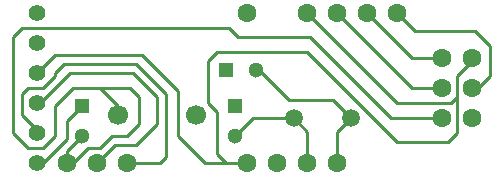
<source format=gtl>
G04 #@! TF.FileFunction,Copper,L1,Top,Signal*
%FSLAX46Y46*%
G04 Gerber Fmt 4.6, Leading zero omitted, Abs format (unit mm)*
G04 Created by KiCad (PCBNEW 4.0.0-2.201511301921+6191~38~ubuntu15.10.1-stable) date Tue 01 Dec 2015 16:56:00 GMT*
%MOMM*%
G01*
G04 APERTURE LIST*
%ADD10C,0.100000*%
%ADD11C,1.400000*%
%ADD12C,1.501140*%
%ADD13C,1.600000*%
%ADD14C,1.700000*%
%ADD15R,1.300000X1.300000*%
%ADD16C,1.300000*%
%ADD17C,0.250000*%
G04 APERTURE END LIST*
D10*
D11*
X130810000Y-103632000D03*
X130810000Y-106172000D03*
X130810000Y-101092000D03*
X130810000Y-98552000D03*
X130810000Y-108712000D03*
X130810000Y-111252000D03*
D12*
X157380940Y-107442000D03*
X152499060Y-107442000D03*
D13*
X167640000Y-102362000D03*
X167640000Y-104902000D03*
X165100000Y-104902000D03*
X165100000Y-102362000D03*
X167640000Y-107442000D03*
X165100000Y-107442000D03*
D14*
X137668000Y-107188000D03*
X144272000Y-107188000D03*
D15*
X146812000Y-103378000D03*
D16*
X149312000Y-103378000D03*
D15*
X147574000Y-106426000D03*
D16*
X147574000Y-108926000D03*
D15*
X134620000Y-106426000D03*
D16*
X134620000Y-108926000D03*
D13*
X148590000Y-111252000D03*
X151130000Y-111252000D03*
X148590000Y-98552000D03*
X153670000Y-98552000D03*
X133350000Y-111252000D03*
X156210000Y-98552000D03*
X158750000Y-98552000D03*
X161290000Y-98552000D03*
X135890000Y-111252000D03*
X138430000Y-111252000D03*
X153670000Y-111252000D03*
X156210000Y-111252000D03*
D17*
X149312000Y-103378000D02*
X149606000Y-103378000D01*
X149606000Y-103378000D02*
X152146000Y-105918000D01*
X152146000Y-105918000D02*
X155856940Y-105918000D01*
X155856940Y-105918000D02*
X157380940Y-107442000D01*
X156210000Y-111252000D02*
X156210000Y-108612940D01*
X156210000Y-108612940D02*
X157380940Y-107442000D01*
X152499060Y-107442000D02*
X149058000Y-107442000D01*
X149058000Y-107442000D02*
X147574000Y-108926000D01*
X153670000Y-111252000D02*
X153670000Y-108612940D01*
X153670000Y-108612940D02*
X152499060Y-107442000D01*
X130810000Y-111252000D02*
X131318000Y-111252000D01*
X131318000Y-111252000D02*
X133350000Y-109220000D01*
X133350000Y-109220000D02*
X133350000Y-107696000D01*
X133350000Y-107696000D02*
X134620000Y-106426000D01*
X137668000Y-107188000D02*
X137668000Y-106426000D01*
X137668000Y-106426000D02*
X136144000Y-104902000D01*
X133350000Y-111252000D02*
X133858000Y-111252000D01*
X133858000Y-111252000D02*
X135128000Y-109982000D01*
X160782000Y-107442000D02*
X165100000Y-107442000D01*
X153924000Y-100584000D02*
X160782000Y-107442000D01*
X147828000Y-100584000D02*
X153924000Y-100584000D01*
X147066000Y-99822000D02*
X147828000Y-100584000D01*
X129540000Y-99822000D02*
X147066000Y-99822000D01*
X128778000Y-100584000D02*
X129540000Y-99822000D01*
X128778000Y-108712000D02*
X128778000Y-100584000D01*
X130048000Y-109982000D02*
X128778000Y-108712000D01*
X131318000Y-109982000D02*
X130048000Y-109982000D01*
X132334000Y-108966000D02*
X131318000Y-109982000D01*
X132334000Y-106426000D02*
X132334000Y-108966000D01*
X133858000Y-104902000D02*
X132334000Y-106426000D01*
X138684000Y-104902000D02*
X136144000Y-104902000D01*
X136144000Y-104902000D02*
X135636000Y-104902000D01*
X135636000Y-104902000D02*
X133858000Y-104902000D01*
X139446000Y-105664000D02*
X138684000Y-104902000D01*
X139446000Y-107950000D02*
X139446000Y-105664000D01*
X138430000Y-108966000D02*
X139446000Y-107950000D01*
X137160000Y-108966000D02*
X138430000Y-108966000D01*
X136144000Y-109982000D02*
X137160000Y-108966000D01*
X135128000Y-109982000D02*
X136144000Y-109982000D01*
X133350000Y-111252000D02*
X133350000Y-110196000D01*
X133350000Y-110196000D02*
X134620000Y-108926000D01*
X130810000Y-103632000D02*
X132334000Y-102108000D01*
X145034000Y-111252000D02*
X147066000Y-111252000D01*
X142748000Y-108966000D02*
X145034000Y-111252000D01*
X142748000Y-105156000D02*
X142748000Y-108966000D01*
X139700000Y-102108000D02*
X142748000Y-105156000D01*
X132334000Y-102108000D02*
X139700000Y-102108000D01*
X166370000Y-105410000D02*
X166370000Y-108712000D01*
X146050000Y-110490000D02*
X146812000Y-111252000D01*
X146050000Y-106934000D02*
X146050000Y-110490000D01*
X145288000Y-106172000D02*
X146050000Y-106934000D01*
X145288000Y-102616000D02*
X145288000Y-106172000D01*
X146050000Y-101854000D02*
X145288000Y-102616000D01*
X153670000Y-101854000D02*
X146050000Y-101854000D01*
X161290000Y-109474000D02*
X153670000Y-101854000D01*
X165608000Y-109474000D02*
X161290000Y-109474000D01*
X166370000Y-108712000D02*
X165608000Y-109474000D01*
X153670000Y-98552000D02*
X153924000Y-98552000D01*
X167640000Y-102362000D02*
X167640000Y-102616000D01*
X167640000Y-102616000D02*
X166370000Y-103886000D01*
X166370000Y-103886000D02*
X166370000Y-105410000D01*
X166370000Y-105410000D02*
X166370000Y-105664000D01*
X166370000Y-105664000D02*
X165862000Y-106172000D01*
X165862000Y-106172000D02*
X161290000Y-106172000D01*
X161290000Y-106172000D02*
X153670000Y-98552000D01*
X146812000Y-111252000D02*
X147066000Y-111252000D01*
X147066000Y-111252000D02*
X148590000Y-111252000D01*
X167640000Y-104902000D02*
X168148000Y-104902000D01*
X168148000Y-104902000D02*
X169164000Y-103886000D01*
X169164000Y-103886000D02*
X169164000Y-101346000D01*
X169164000Y-101346000D02*
X167894000Y-100076000D01*
X167894000Y-100076000D02*
X162814000Y-100076000D01*
X162814000Y-100076000D02*
X161290000Y-98552000D01*
X165100000Y-104902000D02*
X162560000Y-104902000D01*
X162560000Y-104902000D02*
X156210000Y-98552000D01*
X156210000Y-98552000D02*
X155702000Y-98552000D01*
X165100000Y-102362000D02*
X162560000Y-102362000D01*
X162560000Y-102362000D02*
X158750000Y-98552000D01*
X130810000Y-106172000D02*
X131064000Y-106172000D01*
X131064000Y-106172000D02*
X133604000Y-103632000D01*
X133604000Y-103632000D02*
X138938000Y-103632000D01*
X138938000Y-103632000D02*
X140970000Y-105664000D01*
X140970000Y-105664000D02*
X140970000Y-107950000D01*
X140970000Y-107950000D02*
X139192000Y-109728000D01*
X139192000Y-109728000D02*
X137414000Y-109728000D01*
X137414000Y-109728000D02*
X135890000Y-111252000D01*
X130810000Y-108712000D02*
X130810000Y-108458000D01*
X130810000Y-108458000D02*
X129540000Y-107188000D01*
X141224000Y-111252000D02*
X138430000Y-111252000D01*
X141732000Y-110744000D02*
X141224000Y-111252000D01*
X141732000Y-105410000D02*
X141732000Y-110744000D01*
X139192000Y-102870000D02*
X141732000Y-105410000D01*
X133096000Y-102870000D02*
X139192000Y-102870000D01*
X132334000Y-103632000D02*
X133096000Y-102870000D01*
X132334000Y-103886000D02*
X132334000Y-103632000D01*
X131318000Y-104902000D02*
X132334000Y-103886000D01*
X130048000Y-104902000D02*
X131318000Y-104902000D01*
X129540000Y-105410000D02*
X130048000Y-104902000D01*
X129540000Y-107188000D02*
X129540000Y-105410000D01*
X130810000Y-108712000D02*
X130556000Y-108712000D01*
M02*

</source>
